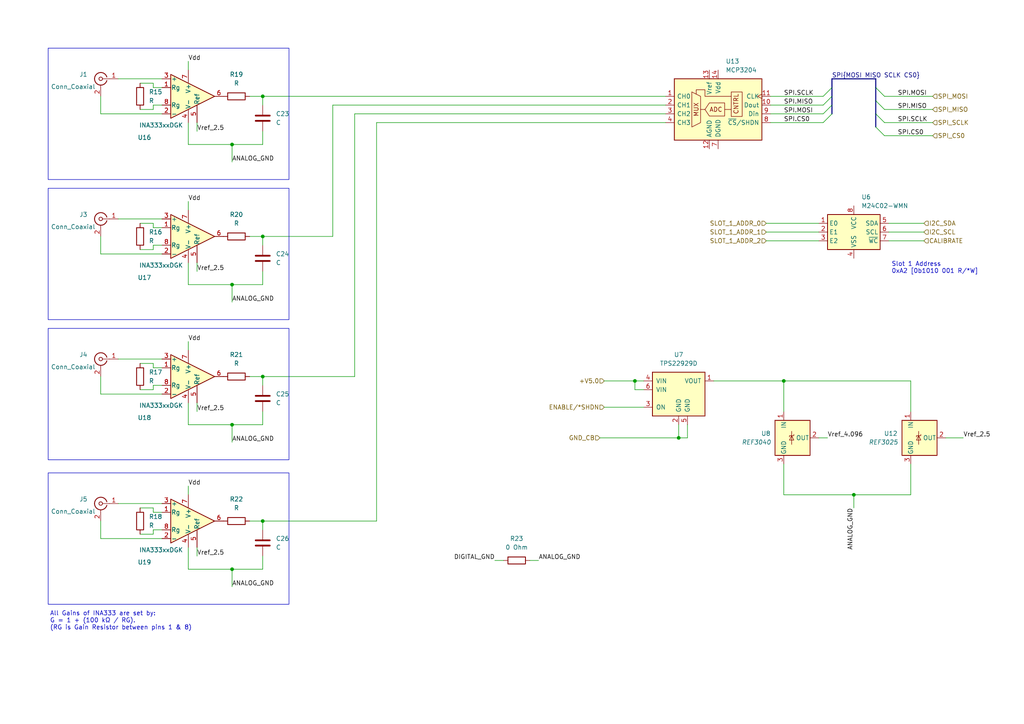
<source format=kicad_sch>
(kicad_sch (version 20231120) (generator "eeschema") (generator_version "8.0")
  (paper "A4")
  (lib_symbols
    (symbol "Amplifier_Instrumentation:INA333xxDGK" (pin_names (offset 0.127))
      (property "Reference" "U" (at 3.81 3.175 0))
      (property "Value" "INA333xxDGK" (at 3.81 -3.175 0))
      (symbol "INA333xxDGK_0_1"
        (polyline (pts (xy 7.62 0) (xy -5.08 6.35) (xy -5.08 -6.35) (xy 7.62 0)) (stroke (width 0.254)) (fill (type background)))
      )
      (symbol "INA333xxDGK_1_1"
        (pin passive line (at -7.62 2.54 0) (length 2.54) (name "Rg") (number "1"))
        (pin input line (at -7.62 -5.08 0) (length 2.54) (name "-") (number "2"))
        (pin input line (at -7.62 5.08 0) (length 2.54) (name "+") (number "3"))
        (pin power_in line (at 0 -7.62 90) (length 3.81) (name "V-") (number "4"))
        (pin input line (at 2.54 -7.62 90) (length 5.08) (name "Ref") (number "5"))
        (pin output line (at 10.16 0 180) (length 2.54) (name "~") (number "6"))
        (pin power_in line (at 0 7.62 270) (length 3.81) (name "V+") (number "7"))
        (pin passive line (at -7.62 -2.54 0) (length 2.54) (name "Rg") (number "8"))
      )
    )
    (symbol "Analog_ADC:MCP3204" (pin_names (offset 0.762))
      (property "Reference" "U" (at -5.08 10.795 0))
      (property "Value" "MCP3204" (at -5.08 8.89 0))
      (symbol "MCP3204_0_0"
        (text "ADC" (at -0.635 -1.27 0) (effects (font (size 1.27 1.27))))
        (text "CNTRL" (at 5.969 -2.667 900) (effects (font (size 1.27 1.27)) (justify left bottom)))
        (text "MUX" (at -6.35 -1.27 900) (effects (font (size 1.27 1.27))))
      )
      (symbol "MCP3204_0_1"
        (polyline (pts (xy -5.08 -1.27) (xy -3.81 -1.27)))
        (polyline (pts (xy 1.905 -1.27) (xy 3.81 -1.27)))
        (polyline (pts (xy -7.62 3.81) (xy -7.62 -6.35) (xy -5.08 -5.08) (xy -5.08 2.54) (xy -7.62 3.81)))
        (polyline (pts (xy 3.81 2.54) (xy -3.81 2.54) (xy -3.81 4.445) (xy -6.35 4.445) (xy -6.35 3.175)))
        (polyline (pts (xy -3.81 -1.27) (xy -2.54 0.635) (xy 1.905 0.635) (xy 1.905 -3.175) (xy -2.54 -3.175) (xy -3.81 -1.27)))
        (rectangle (start 3.81 -3.302) (end 6.985 3.81))
        (rectangle (start 12.7 7.62) (end -12.7 -10.16) (stroke (width 0.254)) (fill (type background)))
      )
      (symbol "MCP3204_1_1"
        (pin input line (at -15.24 2.54 0) (length 2.54) (name "CH0") (number "1"))
        (pin output line (at 15.24 0 180) (length 2.54) (name "Dout") (number "10"))
        (pin input clock (at 15.24 2.54 180) (length 2.54) (name "CLK") (number "11"))
        (pin power_in line (at -2.54 -12.7 90) (length 2.54) (name "AGND") (number "12"))
        (pin power_in line (at -2.54 10.16 270) (length 2.54) (name "Vref") (number "13"))
        (pin power_in line (at 0 10.16 270) (length 2.54) (name "Vdd") (number "14"))
        (pin input line (at -15.24 0 0) (length 2.54) (name "CH1") (number "2"))
        (pin input line (at -15.24 -2.54 0) (length 2.54) (name "CH2") (number "3"))
        (pin input line (at -15.24 -5.08 0) (length 2.54) (name "CH3") (number "4"))
        (pin no_connect line (at -10.16 -10.16 90) (length 2.54) hide (name "NC") (number "5"))
        (pin no_connect line (at -7.62 -10.16 90) (length 2.54) hide (name "NC") (number "6"))
        (pin power_in line (at 0 -12.7 90) (length 2.54) (name "DGND") (number "7"))
        (pin input line (at 15.24 -5.08 180) (length 2.54) (name "~{CS}/SHDN") (number "8"))
        (pin input line (at 15.24 -2.54 180) (length 2.54) (name "Din") (number "9"))
      )
    )
    (symbol "Connector:Conn_Coaxial" (pin_names (offset 1.016) hide)
      (property "Reference" "J" (at 0.254 3.048 0))
      (property "Value" "Conn_Coaxial" (at 2.921 0 90))
      (symbol "Conn_Coaxial_0_1"
        (arc (start -1.778 -0.508) (mid 0.2311 -1.8066) (end 1.778 0) (stroke (width 0.254)))
        (polyline (pts (xy -2.54 0) (xy -0.508 0)))
        (polyline (pts (xy 0 -2.54) (xy 0 -1.778)))
        (circle (center 0 0) (radius 0.508) (stroke (width 0.2032)))
        (arc (start 1.778 0) (mid 0.2099 1.8101) (end -1.778 0.508) (stroke (width 0.254)))
      )
      (symbol "Conn_Coaxial_1_1"
        (pin passive line (at -5.08 0 0) (length 2.54) (name "In") (number "1"))
        (pin passive line (at 0 -5.08 90) (length 2.54) (name "Ext") (number "2"))
      )
    )
    (symbol "Device:C" (pin_numbers hide) (pin_names (offset 0.254))
      (property "Reference" "C" (at 0.635 2.54 0))
      (property "Value" "C" (at 0.635 -2.54 0))
      (symbol "C_0_1"
        (polyline (pts (xy -2.032 -0.762) (xy 2.032 -0.762)) (stroke (width 0.508)))
        (polyline (pts (xy -2.032 0.762) (xy 2.032 0.762)) (stroke (width 0.508)))
      )
      (symbol "C_1_1"
        (pin passive line (at 0 3.81 270) (length 2.794) (name "~") (number "1"))
        (pin passive line (at 0 -3.81 90) (length 2.794) (name "~") (number "2"))
      )
    )
    (symbol "Device:R" (pin_numbers hide) (pin_names (offset 0))
      (property "Reference" "R" (at 2.032 0 90))
      (property "Value" "R" (at 0 0 90))
      (symbol "R_0_1"
        (rectangle (start -1.016 -2.54) (end 1.016 2.54) (stroke (width 0.254)))
      )
      (symbol "R_1_1"
        (pin passive line (at 0 3.81 270) (length 1.27) (name "~") (number "1"))
        (pin passive line (at 0 -3.81 90) (length 1.27) (name "~") (number "2"))
      )
    )
    (symbol "Memory_EEPROM:M24C02-WMN"
      (property "Reference" "U" (at -6.35 6.35 0))
      (property "Value" "M24C02-WMN" (at 7.62 6.35 0))
      (symbol "M24C02-WMN_0_1"
        (rectangle (start -7.62 5.08) (end 7.62 -5.08) (stroke (width 0.254)) (fill (type background)))
      )
      (symbol "M24C02-WMN_1_1"
        (pin input line (at -10.16 2.54 0) (length 2.54) (name "E0") (number "1"))
        (pin input line (at -10.16 0 0) (length 2.54) (name "E1") (number "2"))
        (pin input line (at -10.16 -2.54 0) (length 2.54) (name "E2") (number "3"))
        (pin power_in line (at 0 -7.62 90) (length 2.54) (name "VSS") (number "4"))
        (pin bidirectional line (at 10.16 2.54 180) (length 2.54) (name "SDA") (number "5"))
        (pin input line (at 10.16 0 180) (length 2.54) (name "SCL") (number "6"))
        (pin input line (at 10.16 -2.54 180) (length 2.54) (name "~{WC}") (number "7"))
        (pin power_in line (at 0 7.62 270) (length 2.54) (name "VCC") (number "8"))
      )
    )
    (symbol "Power_Management:TPS22929D" (pin_names (offset 1.016))
      (property "Reference" "U" (at -7.62 8.89 0))
      (property "Value" "TPS22929D" (at 7.62 8.89 0))
      (symbol "TPS22929D_0_1"
        (rectangle (start -7.62 7.62) (end 7.62 -5.08) (stroke (width 0.254)) (fill (type background)))
      )
      (symbol "TPS22929D_1_1"
        (pin power_out line (at 10.16 5.08 180) (length 2.54) (name "VOUT") (number "1"))
        (pin power_in line (at 0 -7.62 90) (length 2.54) (name "GND") (number "2"))
        (pin input line (at -10.16 -2.54 0) (length 2.54) (name "ON") (number "3"))
        (pin power_in line (at -10.16 5.08 0) (length 2.54) (name "VIN") (number "4"))
        (pin power_in line (at 2.54 -7.62 90) (length 2.54) (name "GND") (number "5"))
        (pin power_in line (at -10.16 2.54 0) (length 2.54) (name "VIN") (number "6"))
      )
    )
    (symbol "Reference_Voltage:REF3025" (pin_names (offset 0.254))
      (property "Reference" "U" (at 0 6.35 0))
      (property "Value" "REF3025" (at 2.54 -6.35 0))
      (symbol "REF3025_0_1"
        (rectangle (start -5.08 5.08) (end 5.08 -5.08) (stroke (width 0.254)) (fill (type background)))
        (polyline (pts (xy -0.254 1.905) (xy -0.254 -1.905)))
        (polyline (pts (xy -0.889 -0.635) (xy 0.381 -0.635) (xy -0.254 0.635) (xy -0.889 -0.635)))
        (polyline (pts (xy 0.381 1.016) (xy 0.381 0.635) (xy -0.889 0.635) (xy -0.889 0.254)))
      )
      (symbol "REF3025_1_1"
        (pin power_in line (at -2.54 7.62 270) (length 2.54) (name "IN") (number "1"))
        (pin power_out line (at 7.62 0 180) (length 2.54) (name "OUT") (number "2"))
        (pin power_in line (at -2.54 -7.62 90) (length 2.54) (name "GND") (number "3"))
      )
    )
    (symbol "Reference_Voltage:REF3040" (pin_names (offset 0.254))
      (property "Reference" "U" (at 0 6.35 0))
      (property "Value" "REF3040" (at 2.54 -6.35 0))
      (symbol "REF3040_0_1"
        (rectangle (start -5.08 5.08) (end 5.08 -5.08) (stroke (width 0.254)) (fill (type background)))
        (polyline (pts (xy -0.254 1.905) (xy -0.254 -1.905)))
        (polyline (pts (xy -0.889 -0.635) (xy 0.381 -0.635) (xy -0.254 0.635) (xy -0.889 -0.635)))
        (polyline (pts (xy 0.381 1.016) (xy 0.381 0.635) (xy -0.889 0.635) (xy -0.889 0.254)))
      )
      (symbol "REF3040_1_1"
        (pin power_in line (at -2.54 7.62 270) (length 2.54) (name "IN") (number "1"))
        (pin power_out line (at 7.62 0 180) (length 2.54) (name "OUT") (number "2"))
        (pin power_in line (at -2.54 -7.62 90) (length 2.54) (name "GND") (number "3"))
      )
    )
  )
  (junction (at 76.2 109.22))
  (junction (at 67.31 165.1))
  (junction (at 247.65 143.51))
  (junction (at 67.31 41.91))
  (junction (at 76.2 27.94))
  (junction (at 227.33 110.49))
  (junction (at 76.2 151.13))
  (junction (at 67.31 82.55))
  (junction (at 76.2 68.58))
  (junction (at 184.15 110.49))
  (junction (at 196.85 127))
  (junction (at 67.31 123.19))
  (bus_entry (at 254 36.83) (size 2.54 2.54))
  (bus_entry (at 254 25.4) (size 2.54 2.54))
  (bus_entry (at 254 33.02) (size 2.54 2.54))
  (bus_entry (at 241.3 33.02) (size -2.54 2.54))
  (bus_entry (at 241.3 25.4) (size -2.54 2.54))
  (bus_entry (at 241.3 27.94) (size -2.54 2.54))
  (bus_entry (at 254 29.21) (size 2.54 2.54))
  (bus_entry (at 241.3 30.48) (size -2.54 2.54))
  (wire (pts (xy 46.99 25.4) (xy 44.45 25.4)))
  (wire (pts (xy 76.2 68.58) (xy 72.39 68.58)))
  (wire (pts (xy 67.31 41.91) (xy 67.31 46.99)))
  (wire (pts (xy 44.45 72.39) (xy 44.45 71.12)))
  (wire (pts (xy 237.49 127) (xy 240.03 127)))
  (bus (pts (xy 241.3 27.94) (xy 241.3 30.48)))
  (wire (pts (xy 264.16 143.51) (xy 264.16 134.62)))
  (wire (pts (xy 76.2 151.13) (xy 76.2 153.67)))
  (wire (pts (xy 109.22 35.56) (xy 109.22 151.13)))
  (wire (pts (xy 193.04 33.02) (xy 102.87 33.02)))
  (wire (pts (xy 67.31 123.19) (xy 54.61 123.19)))
  (wire (pts (xy 44.45 111.76) (xy 46.99 111.76)))
  (bus (pts (xy 254 22.86) (xy 254 25.4)))
  (bus (pts (xy 241.3 22.86) (xy 254 22.86)))
  (wire (pts (xy 186.69 118.11) (xy 175.26 118.11)))
  (wire (pts (xy 247.65 143.51) (xy 264.16 143.51)))
  (wire (pts (xy 40.64 154.94) (xy 44.45 154.94)))
  (wire (pts (xy 256.54 31.75) (xy 270.51 31.75)))
  (wire (pts (xy 76.2 68.58) (xy 96.52 68.58)))
  (wire (pts (xy 34.29 22.86) (xy 46.99 22.86)))
  (wire (pts (xy 76.2 109.22) (xy 102.87 109.22)))
  (bus (pts (xy 254 33.02) (xy 254 36.83)))
  (wire (pts (xy 207.01 110.49) (xy 227.33 110.49)))
  (wire (pts (xy 54.61 41.91) (xy 54.61 35.56)))
  (wire (pts (xy 40.64 72.39) (xy 44.45 72.39)))
  (wire (pts (xy 199.39 123.19) (xy 199.39 127)))
  (wire (pts (xy 29.21 73.66) (xy 29.21 68.58)))
  (wire (pts (xy 40.64 113.03) (xy 44.45 113.03)))
  (wire (pts (xy 54.61 165.1) (xy 54.61 158.75)))
  (wire (pts (xy 257.81 67.31) (xy 267.97 67.31)))
  (wire (pts (xy 193.04 35.56) (xy 109.22 35.56)))
  (wire (pts (xy 54.61 82.55) (xy 54.61 76.2)))
  (wire (pts (xy 76.2 109.22) (xy 76.2 111.76)))
  (wire (pts (xy 57.15 76.2) (xy 57.15 78.74)))
  (wire (pts (xy 76.2 161.29) (xy 76.2 165.1)))
  (wire (pts (xy 199.39 127) (xy 196.85 127)))
  (wire (pts (xy 223.52 35.56) (xy 238.76 35.56)))
  (wire (pts (xy 227.33 143.51) (xy 247.65 143.51)))
  (wire (pts (xy 76.2 27.94) (xy 76.2 30.48)))
  (wire (pts (xy 223.52 30.48) (xy 238.76 30.48)))
  (wire (pts (xy 184.15 113.03) (xy 184.15 110.49)))
  (bus (pts (xy 241.3 22.86) (xy 241.3 25.4)))
  (wire (pts (xy 67.31 82.55) (xy 67.31 87.63)))
  (wire (pts (xy 57.15 35.56) (xy 57.15 38.1)))
  (wire (pts (xy 44.45 24.13) (xy 40.64 24.13)))
  (wire (pts (xy 57.15 116.84) (xy 57.15 119.38)))
  (wire (pts (xy 44.45 106.68) (xy 44.45 105.41)))
  (wire (pts (xy 67.31 82.55) (xy 54.61 82.55)))
  (wire (pts (xy 222.25 64.77) (xy 237.49 64.77)))
  (wire (pts (xy 34.29 104.14) (xy 46.99 104.14)))
  (wire (pts (xy 44.45 147.32) (xy 40.64 147.32)))
  (wire (pts (xy 222.25 67.31) (xy 237.49 67.31)))
  (wire (pts (xy 46.99 73.66) (xy 29.21 73.66)))
  (wire (pts (xy 46.99 66.04) (xy 44.45 66.04)))
  (wire (pts (xy 29.21 114.3) (xy 29.21 109.22)))
  (wire (pts (xy 44.45 25.4) (xy 44.45 24.13)))
  (wire (pts (xy 67.31 165.1) (xy 76.2 165.1)))
  (bus (pts (xy 241.3 25.4) (xy 241.3 27.94)))
  (wire (pts (xy 96.52 30.48) (xy 96.52 68.58)))
  (wire (pts (xy 54.61 17.78) (xy 54.61 20.32)))
  (wire (pts (xy 76.2 78.74) (xy 76.2 82.55)))
  (wire (pts (xy 46.99 156.21) (xy 29.21 156.21)))
  (wire (pts (xy 44.45 31.75) (xy 44.45 30.48)))
  (wire (pts (xy 67.31 165.1) (xy 54.61 165.1)))
  (wire (pts (xy 186.69 113.03) (xy 184.15 113.03)))
  (wire (pts (xy 143.51 162.56) (xy 146.05 162.56)))
  (wire (pts (xy 256.54 39.37) (xy 270.51 39.37)))
  (wire (pts (xy 54.61 58.42) (xy 54.61 60.96)))
  (wire (pts (xy 76.2 109.22) (xy 72.39 109.22)))
  (wire (pts (xy 67.31 41.91) (xy 76.2 41.91)))
  (wire (pts (xy 67.31 123.19) (xy 76.2 123.19)))
  (wire (pts (xy 76.2 151.13) (xy 72.39 151.13)))
  (wire (pts (xy 264.16 119.38) (xy 264.16 110.49)))
  (wire (pts (xy 222.25 69.85) (xy 237.49 69.85)))
  (wire (pts (xy 46.99 114.3) (xy 29.21 114.3)))
  (wire (pts (xy 67.31 165.1) (xy 67.31 170.18)))
  (wire (pts (xy 257.81 69.85) (xy 267.97 69.85)))
  (wire (pts (xy 29.21 156.21) (xy 29.21 151.13)))
  (wire (pts (xy 223.52 27.94) (xy 238.76 27.94)))
  (wire (pts (xy 34.29 146.05) (xy 46.99 146.05)))
  (wire (pts (xy 54.61 99.06) (xy 54.61 101.6)))
  (wire (pts (xy 67.31 123.19) (xy 67.31 128.27)))
  (wire (pts (xy 67.31 82.55) (xy 76.2 82.55)))
  (wire (pts (xy 247.65 143.51) (xy 247.65 147.32)))
  (wire (pts (xy 76.2 68.58) (xy 76.2 71.12)))
  (wire (pts (xy 274.32 127) (xy 279.4 127)))
  (wire (pts (xy 44.45 113.03) (xy 44.45 111.76)))
  (wire (pts (xy 196.85 123.19) (xy 196.85 127)))
  (wire (pts (xy 44.45 64.77) (xy 40.64 64.77)))
  (wire (pts (xy 46.99 33.02) (xy 29.21 33.02)))
  (wire (pts (xy 223.52 33.02) (xy 238.76 33.02)))
  (wire (pts (xy 227.33 110.49) (xy 227.33 119.38)))
  (wire (pts (xy 44.45 105.41) (xy 40.64 105.41)))
  (wire (pts (xy 44.45 148.59) (xy 44.45 147.32)))
  (wire (pts (xy 173.99 127) (xy 196.85 127)))
  (wire (pts (xy 46.99 106.68) (xy 44.45 106.68)))
  (wire (pts (xy 184.15 110.49) (xy 186.69 110.49)))
  (wire (pts (xy 76.2 27.94) (xy 72.39 27.94)))
  (wire (pts (xy 102.87 33.02) (xy 102.87 109.22)))
  (wire (pts (xy 256.54 35.56) (xy 270.51 35.56)))
  (bus (pts (xy 254 29.21) (xy 254 33.02)))
  (wire (pts (xy 44.45 66.04) (xy 44.45 64.77)))
  (wire (pts (xy 227.33 134.62) (xy 227.33 143.51)))
  (wire (pts (xy 257.81 64.77) (xy 267.97 64.77)))
  (wire (pts (xy 44.45 71.12) (xy 46.99 71.12)))
  (wire (pts (xy 153.67 162.56) (xy 156.21 162.56)))
  (wire (pts (xy 76.2 27.94) (xy 193.04 27.94)))
  (wire (pts (xy 34.29 63.5) (xy 46.99 63.5)))
  (wire (pts (xy 264.16 110.49) (xy 227.33 110.49)))
  (wire (pts (xy 29.21 33.02) (xy 29.21 27.94)))
  (bus (pts (xy 241.3 30.48) (xy 241.3 33.02)))
  (wire (pts (xy 76.2 151.13) (xy 109.22 151.13)))
  (wire (pts (xy 44.45 154.94) (xy 44.45 153.67)))
  (wire (pts (xy 193.04 30.48) (xy 96.52 30.48)))
  (wire (pts (xy 44.45 30.48) (xy 46.99 30.48)))
  (wire (pts (xy 46.99 148.59) (xy 44.45 148.59)))
  (wire (pts (xy 67.31 41.91) (xy 54.61 41.91)))
  (wire (pts (xy 54.61 123.19) (xy 54.61 116.84)))
  (bus (pts (xy 254 25.4) (xy 254 29.21)))
  (wire (pts (xy 44.45 153.67) (xy 46.99 153.67)))
  (wire (pts (xy 40.64 31.75) (xy 44.45 31.75)))
  (wire (pts (xy 76.2 38.1) (xy 76.2 41.91)))
  (wire (pts (xy 57.15 158.75) (xy 57.15 161.29)))
  (wire (pts (xy 256.54 27.94) (xy 270.51 27.94)))
  (wire (pts (xy 54.61 140.97) (xy 54.61 143.51)))
  (wire (pts (xy 175.26 110.49) (xy 184.15 110.49)))
  (wire (pts (xy 76.2 119.38) (xy 76.2 123.19)))
  (rectangle (start 13.97 54.61) (end 83.82 92.71))
  (rectangle (start 13.97 13.97) (end 83.82 52.07))
  (rectangle (start 13.97 137.16) (end 83.82 175.26))
  (rectangle (start 13.97 95.25) (end 83.82 133.35))
  (text "All Gains of INA333 are set by:\nG = 1 + (100 kΩ / RG).\n(RG is Gain Resistor between pins 1 & 8)" (at 14.478 180.086 0) (effects (font (size 1.27 1.27)) (justify left)))
  (text "Slot 1 Address\n0xA2 [0b1010 001 R/*W]" (at 258.572 77.724 0) (effects (font (size 1.27 1.27)) (justify left)))
  (label "ANALOG_GND" (at 247.65 147.32 270))
  (label "Vdd" (at 54.61 17.78 0))
  (label "Vref_2.5" (at 57.15 78.74 0))
  (label "Vref_2.5" (at 279.4 127 0))
  (label "SPI.CS0" (at 227.33 35.56 0))
  (label "ANALOG_GND" (at 156.21 162.56 0))
  (label "ANALOG_GND" (at 67.31 170.18 0))
  (label "SPI.CS0" (at 260.35 39.37 0))
  (label "Vref_4.096" (at 240.03 127 0))
  (label "SPI.SCLK" (at 260.35 35.56 0))
  (label "Vref_2.5" (at 57.15 38.1 0))
  (label "ANALOG_GND" (at 67.31 46.99 0))
  (label "SPI.MISO" (at 227.33 30.48 0))
  (label "SPI.MISO" (at 260.35 31.75 0))
  (label "SPI.MOSI" (at 227.33 33.02 0))
  (label "ANALOG_GND" (at 67.31 128.27 0))
  (label "SPI.SCLK" (at 227.33 27.94 0))
  (label "Vdd" (at 54.61 99.06 0))
  (label "Vdd" (at 54.61 58.42 0))
  (label "DIGITAL_GND" (at 143.51 162.56 180))
  (label "SPI.MOSI" (at 260.35 27.94 0))
  (label "Vref_2.5" (at 57.15 161.29 0))
  (label "Vdd" (at 54.61 140.97 0))
  (label "SPI{MOSI MISO SCLK CS0}" (at 241.3 22.86 0))
  (label "Vref_2.5" (at 57.15 119.38 0))
  (label "ANALOG_GND" (at 67.31 87.63 0))
  (hierarchical_label "SPI_SCLK" (shape input) (at 270.51 35.56 0))
  (hierarchical_label "GND_CB" (shape input) (at 173.99 127 180))
  (hierarchical_label "ENABLE{slash}*SHDN" (shape input) (at 175.26 118.11 180))
  (hierarchical_label "SLOT_1_ADDR_1" (shape input) (at 222.25 67.31 180))
  (hierarchical_label "CALIBRATE" (shape input) (at 267.97 69.85 0))
  (hierarchical_label "SPI_CS0" (shape input) (at 270.51 39.37 0))
  (hierarchical_label "+V5.0" (shape input) (at 175.26 110.49 180))
  (hierarchical_label "I2C_SDA" (shape input) (at 267.97 64.77 0))
  (hierarchical_label "SLOT_1_ADDR_0" (shape input) (at 222.25 64.77 180))
  (hierarchical_label "I2C_SCL" (shape input) (at 267.97 67.31 0))
  (hierarchical_label "SPI_MOSI" (shape input) (at 270.51 27.94 0))
  (hierarchical_label "SLOT_1_ADDR_2" (shape input) (at 222.25 69.85 180))
  (hierarchical_label "SPI_MISO" (shape input) (at 270.51 31.75 0))
  (symbol (lib_id "Device:R") (at 40.64 68.58 180) (unit 1)
    (property "Reference" "R16" (at 43.18 67.3099 0) (effects (justify right)))
    (property "Value" "R" (at 43.18 69.8499 0) (effects (justify right)))
    (property "Description" "Resistor" (effects (hide yes)))
  )
  (symbol (lib_id "Device:C") (at 76.2 157.48 0) (unit 1)
    (property "Reference" "C26" (at 80.01 156.2099 0) (effects (justify left)))
    (property "Value" "C" (at 80.01 158.7499 0) (effects (justify left)))
    (property "Description" "Unpolarized capacitor" (effects (hide yes)))
  )
  (symbol (lib_id "Device:R") (at 68.58 27.94 90) (unit 1)
    (property "Reference" "R19" (at 68.58 21.59 90))
    (property "Value" "R" (at 68.58 24.13 90))
    (property "Description" "Resistor" (effects (hide yes)))
  )
  (symbol (lib_id "Reference_Voltage:REF3025") (at 266.7 127 0) (unit 1)
    (property "Reference" "U12" (at 260.35 125.7299 0) (effects (justify right)))
    (property "Value" "REF3025" (at 260.35 128.2699 0) (effects (font (italic yes)) (justify right)))
    (property "Footprint" "Package_TO_SOT_SMD:SOT-23" (effects (hide yes)))
    (property "Datasheet" "http://www.ti.com/lit/ds/symlink/ref3033.pdf" (effects (hide yes)))
    (property "Description" "2.500V 50-ppm/°C Max, 50-μA, CMOS Voltage Reference, SOT-23-3" (effects (hide yes)))
  )
  (symbol (lib_id "Device:R") (at 68.58 109.22 90) (unit 1)
    (property "Reference" "R21" (at 68.58 102.87 90))
    (property "Value" "R" (at 68.58 105.41 90))
    (property "Description" "Resistor" (effects (hide yes)))
  )
  (symbol (lib_id "Connector:Conn_Coaxial") (at 29.21 104.14 0) (mirror y) (unit 1)
    (property "Reference" "J4" (at 25.4 102.87 0) (effects (justify left)))
    (property "Value" "Conn_Coaxial" (at 27.686 106.426 0) (effects (justify left)))
    (property "Description" "coaxial connector (BNC, SMA, SMB, SMC, Cinch/RCA, LEMO, ...)" (effects (hide yes)))
  )
  (symbol (lib_id "Power_Management:TPS22929D") (at 196.85 115.57 0) (unit 1)
    (property "Reference" "U7" (at 196.85 102.87 0))
    (property "Value" "TPS22929D" (at 196.85 105.41 0))
    (property "Footprint" "Package_TO_SOT_SMD:SOT-23-6" (effects (hide yes)))
    (property "Datasheet" "http://www.ti.com/lit/ds/symlink/tps22929d.pdf" (effects (hide yes)))
    (property "Description" "High side, power distribution switch, 1.4V-5.5V, 1.8A, SOT23-6 package" (effects (hide yes)))
  )
  (symbol (lib_id "Amplifier_Instrumentation:INA333xxDGK") (at 54.61 109.22 0) (unit 1)
    (property "Reference" "U18" (at 41.91 121.158 0))
    (property "Value" "INA333xxDGK" (at 46.736 117.602 0))
    (property "Footprint" "Package_SO:VSSOP-8_3x3mm_P0.65mm" (effects (hide yes)))
    (property "Datasheet" "https://www.ti.com/lit/ds/symlink/ina333.pdf" (effects (hide yes)))
    (property "Description" "Zero Drift, Micropower Instrumentation Amplifier G = 1 + 100kOhm/Rg, VSSOP-8" (effects (hide yes)))
  )
  (symbol (lib_id "Memory_EEPROM:M24C02-WMN") (at 247.65 67.31 0) (unit 1)
    (property "Reference" "U6" (at 249.8441 57.15 0) (effects (justify left)))
    (property "Value" "M24C02-WMN" (at 249.8441 59.69 0) (effects (justify left)))
    (property "Footprint" "Package_SO:SOIC-8_3.9x4.9mm_P1.27mm" (effects (hide yes)))
    (property "Datasheet" "http://www.st.com/content/ccc/resource/technical/document/datasheet/b0/d8/50/40/5a/85/49/6f/DM00071904.pdf/files/DM00071904.pdf/jcr:content/translations/en.DM00071904.pdf" (effects (hide yes)))
    (property "Description" "2Kb (256x8) I2C Serial EEPROM, 2.5-5.5V, SOIC-8" (effects (hide yes)))
  )
  (symbol (lib_id "Amplifier_Instrumentation:INA333xxDGK") (at 54.61 151.13 0) (unit 1)
    (property "Reference" "U19" (at 41.91 163.068 0))
    (property "Value" "INA333xxDGK" (at 46.736 159.512 0))
    (property "Footprint" "Package_SO:VSSOP-8_3x3mm_P0.65mm" (effects (hide yes)))
    (property "Datasheet" "https://www.ti.com/lit/ds/symlink/ina333.pdf" (effects (hide yes)))
    (property "Description" "Zero Drift, Micropower Instrumentation Amplifier G = 1 + 100kOhm/Rg, VSSOP-8" (effects (hide yes)))
  )
  (symbol (lib_id "Device:R") (at 68.58 151.13 90) (unit 1)
    (property "Reference" "R22" (at 68.58 144.78 90))
    (property "Value" "R" (at 68.58 147.32 90))
    (property "Description" "Resistor" (effects (hide yes)))
  )
  (symbol (lib_id "Connector:Conn_Coaxial") (at 29.21 22.86 0) (mirror y) (unit 1)
    (property "Reference" "J1" (at 25.4 21.59 0) (effects (justify left)))
    (property "Value" "Conn_Coaxial" (at 27.686 25.146 0) (effects (justify left)))
    (property "Description" "coaxial connector (BNC, SMA, SMB, SMC, Cinch/RCA, LEMO, ...)" (effects (hide yes)))
  )
  (symbol (lib_id "Device:C") (at 76.2 34.29 0) (unit 1)
    (property "Reference" "C23" (at 80.01 33.0199 0) (effects (justify left)))
    (property "Value" "C" (at 80.01 35.5599 0) (effects (justify left)))
    (property "Description" "Unpolarized capacitor" (effects (hide yes)))
  )
  (symbol (lib_id "Device:R") (at 149.86 162.56 90) (unit 1)
    (property "Reference" "R23" (at 149.86 156.21 90))
    (property "Value" "0 Ohm" (at 149.86 158.75 90))
    (property "Description" "Resistor" (effects (hide yes)))
  )
  (symbol (lib_id "Device:R") (at 40.64 27.94 180) (unit 1)
    (property "Reference" "R15" (at 43.18 26.6699 0) (effects (justify right)))
    (property "Value" "R" (at 43.18 29.2099 0) (effects (justify right)))
    (property "Description" "Resistor" (effects (hide yes)))
  )
  (symbol (lib_id "Reference_Voltage:REF3040") (at 229.87 127 0) (unit 1)
    (property "Reference" "U8" (at 223.52 125.7299 0) (effects (justify right)))
    (property "Value" "REF3040" (at 223.52 128.2699 0) (effects (font (italic yes)) (justify right)))
    (property "Footprint" "Package_TO_SOT_SMD:SOT-23" (effects (hide yes)))
    (property "Datasheet" "http://www.ti.com/lit/ds/symlink/ref3033.pdf" (effects (hide yes)))
    (property "Description" "4.096V 50-ppm/°C Max, 50-μA, CMOS Voltage Reference, SOT-23-3" (effects (hide yes)))
  )
  (symbol (lib_id "Device:C") (at 76.2 74.93 0) (unit 1)
    (property "Reference" "C24" (at 80.01 73.6599 0) (effects (justify left)))
    (property "Value" "C" (at 80.01 76.1999 0) (effects (justify left)))
    (property "Description" "Unpolarized capacitor" (effects (hide yes)))
  )
  (symbol (lib_id "Device:R") (at 40.64 109.22 180) (unit 1)
    (property "Reference" "R17" (at 43.18 107.9499 0) (effects (justify right)))
    (property "Value" "R" (at 43.18 110.4899 0) (effects (justify right)))
    (property "Description" "Resistor" (effects (hide yes)))
  )
  (symbol (lib_id "Analog_ADC:MCP3204") (at 208.28 30.48 0) (unit 1)
    (property "Reference" "U13" (at 210.4741 17.78 0) (effects (justify left)))
    (property "Value" "MCP3204" (at 210.4741 20.32 0) (effects (justify left)))
    (property "Datasheet" "http://ww1.microchip.com/downloads/en/DeviceDoc/21298c.pdf" (effects (hide yes)))
    (property "Description" "A/D Converter, 12-Bit, 4-Channel, SPI Interface, 2.7V-5.5V" (effects (hide yes)))
  )
  (symbol (lib_id "Amplifier_Instrumentation:INA333xxDGK") (at 54.61 27.94 0) (unit 1)
    (property "Reference" "U16" (at 41.91 39.878 0))
    (property "Value" "INA333xxDGK" (at 46.736 36.322 0))
    (property "Footprint" "Package_SO:VSSOP-8_3x3mm_P0.65mm" (effects (hide yes)))
    (property "Datasheet" "https://www.ti.com/lit/ds/symlink/ina333.pdf" (effects (hide yes)))
    (property "Description" "Zero Drift, Micropower Instrumentation Amplifier G = 1 + 100kOhm/Rg, VSSOP-8" (effects (hide yes)))
  )
  (symbol (lib_id "Connector:Conn_Coaxial") (at 29.21 63.5 0) (mirror y) (unit 1)
    (property "Reference" "J3" (at 25.4 62.23 0) (effects (justify left)))
    (property "Value" "Conn_Coaxial" (at 27.686 65.786 0) (effects (justify left)))
    (property "Description" "coaxial connector (BNC, SMA, SMB, SMC, Cinch/RCA, LEMO, ...)" (effects (hide yes)))
  )
  (symbol (lib_id "Device:R") (at 68.58 68.58 90) (unit 1)
    (property "Reference" "R20" (at 68.58 62.23 90))
    (property "Value" "R" (at 68.58 64.77 90))
    (property "Description" "Resistor" (effects (hide yes)))
  )
  (symbol (lib_id "Device:R") (at 40.64 151.13 180) (unit 1)
    (property "Reference" "R18" (at 43.18 149.8599 0) (effects (justify right)))
    (property "Value" "R" (at 43.18 152.3999 0) (effects (justify right)))
    (property "Description" "Resistor" (effects (hide yes)))
  )
  (symbol (lib_id "Connector:Conn_Coaxial") (at 29.21 146.05 0) (mirror y) (unit 1)
    (property "Reference" "J5" (at 25.4 144.78 0) (effects (justify left)))
    (property "Value" "Conn_Coaxial" (at 27.686 148.336 0) (effects (justify left)))
    (property "Description" "coaxial connector (BNC, SMA, SMB, SMC, Cinch/RCA, LEMO, ...)" (effects (hide yes)))
  )
  (symbol (lib_id "Amplifier_Instrumentation:INA333xxDGK") (at 54.61 68.58 0) (unit 1)
    (property "Reference" "U17" (at 41.91 80.518 0))
    (property "Value" "INA333xxDGK" (at 46.736 76.962 0))
    (property "Footprint" "Package_SO:VSSOP-8_3x3mm_P0.65mm" (effects (hide yes)))
    (property "Datasheet" "https://www.ti.com/lit/ds/symlink/ina333.pdf" (effects (hide yes)))
    (property "Description" "Zero Drift, Micropower Instrumentation Amplifier G = 1 + 100kOhm/Rg, VSSOP-8" (effects (hide yes)))
  )
  (symbol (lib_id "Device:C") (at 76.2 115.57 0) (unit 1)
    (property "Reference" "C25" (at 80.01 114.2999 0) (effects (justify left)))
    (property "Value" "C" (at 80.01 116.8399 0) (effects (justify left)))
    (property "Description" "Unpolarized capacitor" (effects (hide yes)))
  )
)
</source>
